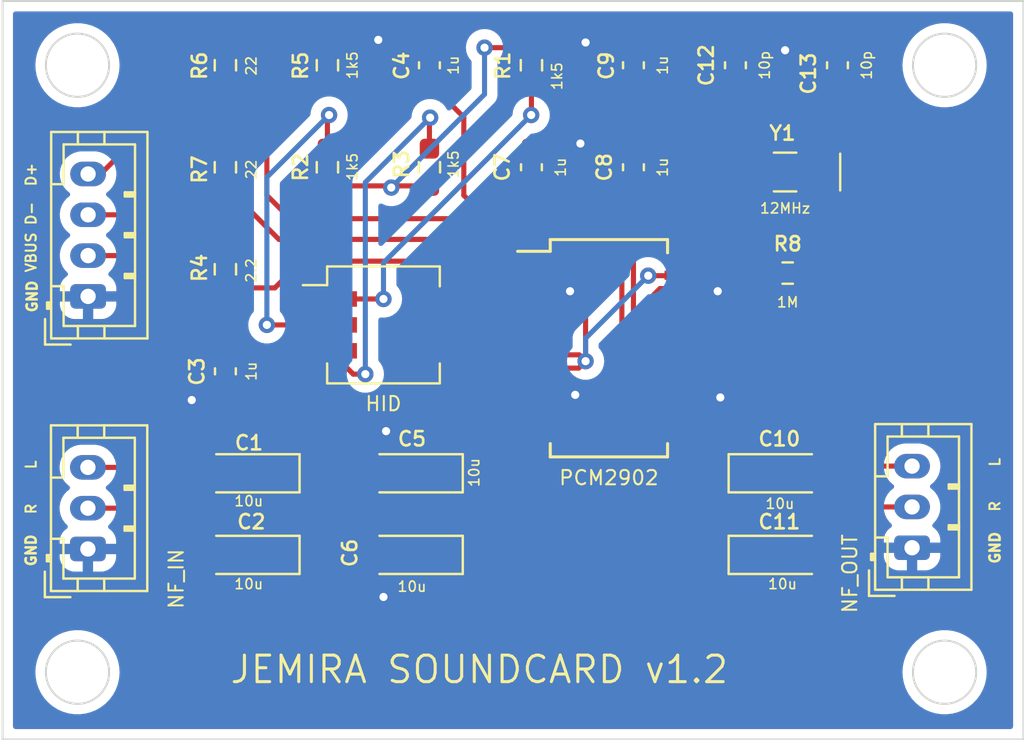
<source format=kicad_pcb>
(kicad_pcb (version 20211014) (generator pcbnew)
  (layers (0 "F.Cu" jumper) (31 "B.Cu" jumper) (35 "F.Paste" user) (37 "F.SilkS" user "F.Silkscreen") (38 "B.Mask" user) (39 "F.Mask" user) (44 "Edge.Cuts" user))
  (net 0 "")
  (net 1 "Net-(C12-Pad1)")
  (net 2 "Net-(C13-Pad1)")
  (net 3 "Net-(J2-Pad3)")
  (net 4 "Net-(R7-Pad2)")
  (net 5 "Net-(J2-Pad4)")
  (net 6 "Net-(R6-Pad2)")
  (net 7 "Net-(C4-Pad2)")
  (net 8 "Net-(J2-Pad2)")
  (net 9 "VCC")
  (net 10 "Net-(R1-Pad1)")
  (net 11 "Net-(R3-Pad2)")
  (net 12 "Net-(R2-Pad2)")
  (net 13 "Net-(R1-Pad2)")
  (net 14 "GND")
  (net 15 "Net-(SW1-Pad6)")
  (net 16 "Net-(SW1-Pad5)")
  (net 17 "Net-(SW1-Pad4)")
  (net 18 "Net-(C5-Pad1)")
  (net 19 "Net-(C1-Pad1)")
  (net 20 "Net-(C2-Pad1)")
  (net 21 "Net-(C6-Pad1)")
  (net 22 "Net-(C11-Pad1)")
  (net 23 "Net-(C10-Pad1)")
  (net 24 "Net-(C7-Pad1)")
  (net 25 "Net-(C8-Pad1)")
  (net 26 "Net-(C9-Pad1)")
  (net 28 "Net-(C2-Pad2)")
  (net 29 "Net-(C1-Pad2)")
  (net 30 "Net-(C11-Pad2)")
  (net 31 "Net-(C10-Pad2)")
  (footprint "Resistor_SMD:R_0603_1608Metric_Pad0.98x0.95mm_HandSolder" (layer "F.Cu") (at 103.25 57.25 -90)
    (fp_text reference "R6" (at 0.027 1.269 90) (layer "F.SilkS") (effects (font (size 0.7 0.7) (thickness 0.13))))
    (fp_text value "22" (at 0.027 -1.271 90) (layer "F.SilkS") (effects (font (size 0.5 0.5) (thickness 0.08))))
    (fp_line (start -0.254724 0.5225) (end 0.254724 0.5225) (layer "F.SilkS") (width 0.12))
    (fp_line (start -0.254724 -0.5225) (end 0.254724 -0.5225) (layer "F.SilkS") (width 0.12))
    (pad "1" smd roundrect (at -0.9125 0 270) (size 0.975 0.95) (layers "F.Cu" "F.Paste" "F.Mask") (net 5 "Net-(J2-Pad4)"))
    (pad "2" smd roundrect (at 0.9125 0 270) (size 0.975 0.95) (layers "F.Cu" "F.Paste" "F.Mask") (net 6 "Net-(R6-Pad2)"))
  )
  (footprint "Capacitor_SMD:C_0603_1608Metric_Pad1.08x0.95mm_HandSolder" (layer "F.Cu") (at 113.25 57.25 -90)
    (fp_text reference "C4" (at 0.027 1.363 90) (layer "F.SilkS") (effects (font (size 0.7 0.7) (thickness 0.13))))
    (fp_text value "1u" (at 0 -1.177 90) (layer "F.SilkS") (effects (font (size 0.5 0.5) (thickness 0.08))))
    (fp_line (start -0.146267 -0.51) (end 0.146267 -0.51) (layer "F.SilkS") (width 0.12))
    (fp_line (start -0.146267 0.51) (end 0.146267 0.51) (layer "F.SilkS") (width 0.12))
    (pad "1" smd roundrect (at -0.8625 0 270) (size 1.075 0.95) (layers "F.Cu" "F.Paste" "F.Mask") (net 14 "GND"))
    (pad "2" smd roundrect (at 0.8625 0 270) (size 1.075 0.95) (layers "F.Cu" "F.Paste" "F.Mask") (net 7 "Net-(C4-Pad2)"))
  )
  (footprint "Capacitor_Tantalum_SMD:CP_EIA-3216-18_Kemet-A_Pad1.58x1.35mm_HandSolder" (layer "F.Cu") (at 104.4 77.25 180)
    (fp_text reference "C1" (at -0.005 1.49) (layer "F.SilkS") (effects (font (size 0.7 0.7) (thickness 0.13))))
    (fp_text value "10u" (at 0.006 -1.363) (layer "F.SilkS") (effects (font (size 0.5 0.5) (thickness 0.08))))
    (fp_line (start -2.485 -0.935) (end -2.485 0.935) (layer "F.SilkS") (width 0.12))
    (fp_line (start 1.6 -0.935) (end -2.485 -0.935) (layer "F.SilkS") (width 0.12))
    (fp_line (start -2.485 0.935) (end 1.6 0.935) (layer "F.SilkS") (width 0.12))
    (pad "1" smd roundrect (at -1.4375 0 180) (size 1.575 1.35) (layers "F.Cu" "F.Paste" "F.Mask") (roundrect_rratio 0.1851851852) (net 19 "Net-(C1-Pad1)"))
    (pad "2" smd roundrect (at 1.4375 0 180) (size 1.575 1.35) (layers "F.Cu" "F.Paste" "F.Mask") (roundrect_rratio 0.1851851852) (net 29 "Net-(C1-Pad2)"))
  )
  (footprint "Connector_JST:JST_PH_B3B-PH-K_1x03_P2.00mm_Vertical" (layer "F.Cu") (at 96.51 80.96 90)
    (fp_text reference "J1")
    (fp_text value "NF_IN" (at -1.463 4.328 90) (layer "F.SilkS") (effects (font (size 0.7 0.7) (thickness 0.1))))
    (fp_line (start -2.06 2.91) (end 6.06 2.91) (layer "F.SilkS") (width 0.12))
    (fp_line (start 3 2.3) (end 3 1.8) (layer "F.SilkS") (width 0.12))
    (fp_line (start -2.36 -2.11) (end -2.36 -0.86) (layer "F.SilkS") (width 0.12))
    (fp_line (start 0.9 2.3) (end 0.9 1.8) (layer "F.SilkS") (width 0.12))
    (fp_line (start -1.45 2.3) (end 5.45 2.3) (layer "F.SilkS") (width 0.12))
    (fp_line (start -0.3 -1.81) (end -0.3 -2.01) (layer "F.SilkS") (width 0.12))
    (fp_line (start 6.06 -0.5) (end 5.45 -0.5) (layer "F.SilkS") (width 0.12))
    (fp_line (start 3.1 1.8) (end 3.1 2.3) (layer "F.SilkS") (width 0.12))
    (fp_line (start 6.06 2.91) (end 6.06 -1.81) (layer "F.SilkS") (width 0.12))
    (fp_line (start -1.11 -2.11) (end -2.36 -2.11) (layer "F.SilkS") (width 0.12))
    (fp_line (start 2.9 1.8) (end 3.1 1.8) (layer "F.SilkS") (width 0.12))
    (fp_line (start -1.45 -1.2) (end -1.45 2.3) (layer "F.SilkS") (width 0.12))
    (fp_line (start 1 2.3) (end 1 1.8) (layer "F.SilkS") (width 0.12))
    (fp_line (start 5.45 -1.2) (end 3.5 -1.2) (layer "F.SilkS") (width 0.12))
    (fp_line (start -2.06 0.8) (end -1.45 0.8) (layer "F.SilkS") (width 0.12))
    (fp_line (start 3.5 -1.2) (end 3.5 -1.81) (layer "F.SilkS") (width 0.12))
    (fp_line (start 0.5 -1.2) (end -1.45 -1.2) (layer "F.SilkS") (width 0.12))
    (fp_line (start 5.45 2.3) (end 5.45 -1.2) (layer "F.SilkS") (width 0.12))
    (fp_line (start 2.9 2.3) (end 2.9 1.8) (layer "F.SilkS") (width 0.12))
    (fp_line (start -0.3 -1.91) (end -0.6 -1.91) (layer "F.SilkS") (width 0.12))
    (fp_line (start -0.6 -2.01) (end -0.6 -1.81) (layer "F.SilkS") (width 0.12))
    (fp_line (start 6.06 0.8) (end 5.45 0.8) (layer "F.SilkS") (width 0.12))
    (fp_line (start 6.06 -1.81) (end -2.06 -1.81) (layer "F.SilkS") (width 0.12))
    (fp_line (start 0.9 1.8) (end 1.1 1.8) (layer "F.SilkS") (width 0.12))
    (fp_line (start -2.06 -1.81) (end -2.06 2.91) (layer "F.SilkS") (width 0.12))
    (fp_line (start 0.5 -1.81) (end 0.5 -1.2) (layer "F.SilkS") (width 0.12))
    (fp_line (start 1.1 1.8) (end 1.1 2.3) (layer "F.SilkS") (width 0.12))
    (fp_line (start -0.3 -2.01) (end -0.6 -2.01) (layer "F.SilkS") (width 0.12))
    (fp_line (start -2.06 -0.5) (end -1.45 -0.5) (layer "F.SilkS") (width 0.12))
    (pad "1" thru_hole roundrect (at 0 0 90) (size 1.2 1.75) (drill 0.75) (layers *.Cu *.Mask) (roundrect_rratio 0.2083333333) (net 14 "GND"))
    (pad "2" thru_hole oval (at 2 0 90) (size 1.2 1.75) (drill 0.75) (layers *.Cu *.Mask) (net 28 "Net-(C2-Pad2)"))
    (pad "3" thru_hole oval (at 4 0 90) (size 1.2 1.75) (drill 0.75) (layers *.Cu *.Mask) (net 29 "Net-(C1-Pad2)"))
  )
  (footprint "Capacitor_SMD:C_0603_1608Metric_Pad1.08x0.95mm_HandSolder" (layer "F.Cu") (at 123.25 57.25 90)
    (fp_text reference "C9" (at -0.027 -1.33 90) (layer "F.SilkS") (effects (font (size 0.7 0.7) (thickness 0.13))))
    (fp_text value "1u" (at 0 1.43 90) (layer "F.SilkS") (effects (font (size 0.5 0.5) (thickness 0.08))))
    (fp_line (start -0.146267 0.51) (end 0.146267 0.51) (layer "F.SilkS") (width 0.12))
    (fp_line (start -0.146267 -0.51) (end 0.146267 -0.51) (layer "F.SilkS") (width 0.12))
    (pad "1" smd roundrect (at -0.8625 0 90) (size 1.075 0.95) (layers "F.Cu" "F.Paste" "F.Mask") (net 26 "Net-(C9-Pad1)"))
    (pad "2" smd roundrect (at 0.8625 0 90) (size 1.075 0.95) (layers "F.Cu" "F.Paste" "F.Mask") (net 14 "GND"))
  )
  (footprint "Capacitor_Tantalum_SMD:CP_EIA-3216-18_Kemet-A_Pad1.58x1.35mm_HandSolder" (layer "F.Cu") (at 112.4 77.25 180)
    (fp_text reference "C5" (at 0.005 1.685) (layer "F.SilkS") (effects (font (size 0.7 0.7) (thickness 0.13))))
    (fp_text value "10u" (at -3.043 0.034 90) (layer "F.SilkS") (effects (font (size 0.5 0.5) (thickness 0.08))))
    (fp_line (start -2.485 -0.935) (end -2.485 0.935) (layer "F.SilkS") (width 0.12))
    (fp_line (start 1.6 -0.935) (end -2.485 -0.935) (layer "F.SilkS") (width 0.12))
    (fp_line (start -2.485 0.935) (end 1.6 0.935) (layer "F.SilkS") (width 0.12))
    (pad "1" smd roundrect (at -1.4375 0 180) (size 1.575 1.35) (layers "F.Cu" "F.Paste" "F.Mask") (roundrect_rratio 0.1851851852) (net 18 "Net-(C5-Pad1)"))
    (pad "2" smd roundrect (at 1.4375 0 180) (size 1.575 1.35) (layers "F.Cu" "F.Paste" "F.Mask") (roundrect_rratio 0.1851851852) (net 14 "GND"))
  )
  (footprint "Resistor_SMD:R_0603_1608Metric_Pad0.98x0.95mm_HandSolder" (layer "F.Cu") (at 108.25 62.25 90)
    (fp_text reference "R2" (at 0 -1.316 90) (layer "F.SilkS") (effects (font (size 0.7 0.7) (thickness 0.13))))
    (fp_text value "1k5" (at 0.02 1.224 90) (layer "F.SilkS") (effects (font (size 0.5 0.5) (thickness 0.08))))
    (fp_line (start -0.254724 0.5225) (end 0.254724 0.5225) (layer "F.SilkS") (width 0.12))
    (fp_line (start -0.254724 -0.5225) (end 0.254724 -0.5225) (layer "F.SilkS") (width 0.12))
    (pad "1" smd roundrect (at -0.9125 0 90) (size 0.975 0.95) (layers "F.Cu" "F.Paste" "F.Mask") (net 10 "Net-(R1-Pad1)"))
    (pad "2" smd roundrect (at 0.9125 0 90) (size 0.975 0.95) (layers "F.Cu" "F.Paste" "F.Mask") (net 12 "Net-(R2-Pad2)"))
  )
  (footprint "Capacitor_Tantalum_SMD:CP_EIA-3216-18_Kemet-A_Pad1.58x1.35mm_HandSolder" (layer "F.Cu") (at 112.4 81.25 180)
    (fp_text reference "C6" (at 3.053 0.097 90) (layer "F.SilkS") (effects (font (size 0.7 0.7) (thickness 0.13))))
    (fp_text value "10u" (at 0.005 -1.554) (layer "F.SilkS") (effects (font (size 0.5 0.5) (thickness 0.08))))
    (fp_line (start -2.485 -0.935) (end -2.485 0.935) (layer "F.SilkS") (width 0.12))
    (fp_line (start -2.485 0.935) (end 1.6 0.935) (layer "F.SilkS") (width 0.12))
    (fp_line (start 1.6 -0.935) (end -2.485 -0.935) (layer "F.SilkS") (width 0.12))
    (pad "1" smd roundrect (at -1.4375 0 180) (size 1.575 1.35) (layers "F.Cu" "F.Paste" "F.Mask") (roundrect_rratio 0.1851851852) (net 21 "Net-(C6-Pad1)"))
    (pad "2" smd roundrect (at 1.4375 0 180) (size 1.575 1.35) (layers "F.Cu" "F.Paste" "F.Mask") (roundrect_rratio 0.1851851852) (net 14 "GND"))
  )
  (footprint "Capacitor_SMD:C_0603_1608Metric_Pad1.08x0.95mm_HandSolder" (layer "F.Cu") (at 128.25 57.25 90)
    (fp_text reference "C12" (at 0 -1.43 90) (layer "F.SilkS") (effects (font (size 0.7 0.7) (thickness 0.13))))
    (fp_text value "10p" (at 0 1.43 90) (layer "F.SilkS") (effects (font (size 0.5 0.5) (thickness 0.08))))
    (fp_line (start -0.146267 0.51) (end 0.146267 0.51) (layer "F.SilkS") (width 0.12))
    (fp_line (start -0.146267 -0.51) (end 0.146267 -0.51) (layer "F.SilkS") (width 0.12))
    (pad "1" smd roundrect (at -0.8625 0 90) (size 1.075 0.95) (layers "F.Cu" "F.Paste" "F.Mask") (net 1 "Net-(C12-Pad1)"))
    (pad "2" smd roundrect (at 0.8625 0 90) (size 1.075 0.95) (layers "F.Cu" "F.Paste" "F.Mask") (net 14 "GND"))
  )
  (footprint "Package_SO:SSOP-28_5.3x10.2mm_P0.65mm" (layer "F.Cu") (at 122.047 71.12)
    (fp_text reference "U1" hide)
    (fp_text value "PCM2902" (at 0 6.35) (layer "F.SilkS") (effects (font (size 0.7 0.7) (thickness 0.1))))
    (fp_line (start 2.875 5.325) (end 2.875 4.675) (layer "F.SilkS") (width 0.15))
    (fp_line (start 2.875 -5.325) (end 2.875 -4.675) (layer "F.SilkS") (width 0.15))
    (fp_line (start -2.875 5.325) (end -2.875 4.675) (layer "F.SilkS") (width 0.15))
    (fp_line (start -2.875 -5.325) (end -2.875 -4.75) (layer "F.SilkS") (width 0.15))
    (fp_line (start -2.875 5.325) (end 2.875 5.325) (layer "F.SilkS") (width 0.15))
    (fp_line (start -2.875 -4.75) (end -4.475 -4.75) (layer "F.SilkS") (width 0.15))
    (fp_line (start -2.875 -5.325) (end 2.875 -5.325) (layer "F.SilkS") (width 0.15))
    (pad "1" smd rect (at -3.6 -4.225) (size 1.75 0.45) (layers "F.Cu" "F.Paste" "F.Mask") (net 6 "Net-(R6-Pad2)"))
    (pad "2" smd rect (at -3.6 -3.575) (size 1.75 0.45) (layers "F.Cu" "F.Paste" "F.Mask") (net 4 "Net-(R7-Pad2)"))
    (pad "3" smd rect (at -3.6 -2.925) (size 1.75 0.45) (layers "F.Cu" "F.Paste" "F.Mask") (net 9 "VCC"))
    (pad "4" smd rect (at -3.6 -2.275) (size 1.75 0.45) (layers "F.Cu" "F.Paste" "F.Mask") (net 14 "GND"))
    (pad "5" smd rect (at -3.6 -1.625) (size 1.75 0.45) (layers "F.Cu" "F.Paste" "F.Mask") (net 15 "Net-(SW1-Pad6)"))
    (pad "6" smd rect (at -3.6 -0.975) (size 1.75 0.45) (layers "F.Cu" "F.Paste" "F.Mask") (net 16 "Net-(SW1-Pad5)"))
    (pad "7" smd rect (at -3.6 -0.325) (size 1.75 0.45) (layers "F.Cu" "F.Paste" "F.Mask") (net 17 "Net-(SW1-Pad4)"))
    (pad "8" smd rect (at -3.6 0.325) (size 1.75 0.45) (layers "F.Cu" "F.Paste" "F.Mask") (net 7 "Net-(C4-Pad2)"))
    (pad "9" smd rect (at -3.6 0.975) (size 1.75 0.45) (layers "F.Cu" "F.Paste" "F.Mask") (net 7 "Net-(C4-Pad2)"))
    (pad "10" smd rect (at -3.6 1.625) (size 1.75 0.45) (layers "F.Cu" "F.Paste" "F.Mask") (net 18 "Net-(C5-Pad1)"))
    (pad "11" smd rect (at -3.6 2.275) (size 1.75 0.45) (layers "F.Cu" "F.Paste" "F.Mask") (net 14 "GND"))
    (pad "12" smd rect (at -3.6 2.925) (size 1.75 0.45) (layers "F.Cu" "F.Paste" "F.Mask") (net 19 "Net-(C1-Pad1)"))
    (pad "13" smd rect (at -3.6 3.575) (size 1.75 0.45) (layers "F.Cu" "F.Paste" "F.Mask") (net 20 "Net-(C2-Pad1)"))
    (pad "14" smd rect (at -3.6 4.225) (size 1.75 0.45) (layers "F.Cu" "F.Paste" "F.Mask") (net 21 "Net-(C6-Pad1)"))
    (pad "15" smd rect (at 3.6 4.225) (size 1.75 0.45) (layers "F.Cu" "F.Paste" "F.Mask") (net 22 "Net-(C11-Pad1)"))
    (pad "16" smd rect (at 3.6 3.575) (size 1.75 0.45) (layers "F.Cu" "F.Paste" "F.Mask") (net 23 "Net-(C10-Pad1)"))
    (pad "17" smd rect (at 3.6 2.925) (size 1.75 0.45) (layers "F.Cu" "F.Paste" "F.Mask") (net 24 "Net-(C7-Pad1)"))
    (pad "18" smd rect (at 3.6 2.275) (size 1.75 0.45) (layers "F.Cu" "F.Paste" "F.Mask") (net 14 "GND"))
    (pad "19" smd rect (at 3.6 1.625) (size 1.75 0.45) (layers "F.Cu" "F.Paste" "F.Mask") (net 25 "Net-(C8-Pad1)"))
    (pad "20" smd rect (at 3.6 0.975) (size 1.75 0.45) (layers "F.Cu" "F.Paste" "F.Mask") (net 2 "Net-(C13-Pad1)"))
    (pad "21" smd rect (at 3.6 0.325) (size 1.75 0.45) (layers "F.Cu" "F.Paste" "F.Mask") (net 1 "Net-(C12-Pad1)"))
    (pad "22" smd rect (at 3.6 -0.325) (size 1.75 0.45) (layers "F.Cu" "F.Paste" "F.Mask") (net 14 "GND"))
    (pad "23" smd rect (at 3.6 -0.975) (size 1.75 0.45) (layers "F.Cu" "F.Paste" "F.Mask") (net 26 "Net-(C9-Pad1)"))
    (pad "24" smd rect (at 3.6 -1.625) (size 1.75 0.45) (layers "F.Cu" "F.Paste" "F.Mask") (net 14 "GND"))
    (pad "25" smd rect (at 3.6 -2.275) (size 1.75 0.45) (layers "F.Cu" "F.Paste" "F.Mask"))
    (pad "26" smd rect (at 3.6 -2.925) (size 1.75 0.45) (layers "F.Cu" "F.Paste" "F.Mask") (net 14 "GND"))
    (pad "27" smd rect (at 3.6 -3.575) (size 1.75 0.45) (layers "F.Cu" "F.Paste" "F.Mask") (net 7 "Net-(C4-Pad2)"))
    (pad "28" smd rect (at 3.6 -4.225) (size 1.75 0.45) (layers "F.Cu" "F.Paste" "F.Mask") (net 10 "Net-(R1-Pad1)"))
  )
  (footprint "Resistor_SMD:R_0603_1608Metric_Pad0.98x0.95mm_HandSolder" (layer "F.Cu") (at 113.25 62.25 90)
    (fp_text reference "R3" (at 0.147 -1.363 90) (layer "F.SilkS") (effects (font (size 0.7 0.7) (thickness 0.13))))
    (fp_text value "1k5" (at 0.147 1.177 90) (layer "F.SilkS") (effects (font (size 0.5 0.5) (thickness 0.08))))
    (fp_line (start -0.254724 0.5225) (end 0.254724 0.5225) (layer "F.SilkS") (width 0.12))
    (fp_line (start -0.254724 -0.5225) (end 0.254724 -0.5225) (layer "F.SilkS") (width 0.12))
    (pad "1" smd roundrect (at -0.9125 0 90) (size 0.975 0.95) (layers "F.Cu" "F.Paste" "F.Mask") (net 10 "Net-(R1-Pad1)"))
    (pad "2" smd roundrect (at 0.9125 0 90) (size 0.975 0.95) (layers "F.Cu" "F.Paste" "F.Mask") (net 11 "Net-(R3-Pad2)"))
  )
  (footprint "Capacitor_SMD:C_0603_1608Metric_Pad1.08x0.95mm_HandSolder" (layer "F.Cu") (at 133.25 57.25 90)
    (fp_text reference "C13" (at -0.408 -1.424 90) (layer "F.SilkS") (effects (font (size 0.7 0.7) (thickness 0.13))))
    (fp_text value "10p" (at 0 1.43 90) (layer "F.SilkS") (effects (font (size 0.5 0.5) (thickness 0.08))))
    (fp_line (start -0.146267 -0.51) (end 0.146267 -0.51) (layer "F.SilkS") (width 0.12))
    (fp_line (start -0.146267 0.51) (end 0.146267 0.51) (layer "F.SilkS") (width 0.12))
    (pad "1" smd roundrect (at -0.8625 0 90) (size 1.075 0.95) (layers "F.Cu" "F.Paste" "F.Mask") (net 2 "Net-(C13-Pad1)"))
    (pad "2" smd roundrect (at 0.8625 0 90) (size 1.075 0.95) (layers "F.Cu" "F.Paste" "F.Mask") (net 14 "GND"))
  )
  (footprint "Capacitor_SMD:C_0603_1608Metric_Pad1.08x0.95mm_HandSolder" (layer "F.Cu") (at 118.25 62.25 90)
    (fp_text reference "C7" (at 0 -1.43 90) (layer "F.SilkS") (effects (font (size 0.7 0.7) (thickness 0.13))))
    (fp_text value "1u" (at 0 1.43 90) (layer "F.SilkS") (effects (font (size 0.5 0.5) (thickness 0.08))))
    (fp_line (start -0.146267 -0.51) (end 0.146267 -0.51) (layer "F.SilkS") (width 0.12))
    (fp_line (start -0.146267 0.51) (end 0.146267 0.51) (layer "F.SilkS") (width 0.12))
    (pad "1" smd roundrect (at -0.8625 0 90) (size 1.075 0.95) (layers "F.Cu" "F.Paste" "F.Mask") (net 24 "Net-(C7-Pad1)"))
    (pad "2" smd roundrect (at 0.8625 0 90) (size 1.075 0.95) (layers "F.Cu" "F.Paste" "F.Mask") (net 14 "GND"))
  )
  (footprint "Resistor_SMD:R_0603_1608Metric_Pad0.98x0.95mm_HandSolder" (layer "F.Cu") (at 118.25 57.25 -90)
    (fp_text reference "R1" (at 0.027 1.41 90) (layer "F.SilkS") (effects (font (size 0.7 0.7) (thickness 0.13))))
    (fp_text value "1k5" (at 0.535 -1.257 90) (layer "F.SilkS") (effects (font (size 0.5 0.5) (thickness 0.08))))
    (fp_line (start -0.254724 -0.5225) (end 0.254724 -0.5225) (layer "F.SilkS") (width 0.12))
    (fp_line (start -0.254724 0.5225) (end 0.254724 0.5225) (layer "F.SilkS") (width 0.12))
    (pad "1" smd roundrect (at -0.9125 0 270) (size 0.975 0.95) (layers "F.Cu" "F.Paste" "F.Mask") (net 10 "Net-(R1-Pad1)"))
    (pad "2" smd roundrect (at 0.9125 0 270) (size 0.975 0.95) (layers "F.Cu" "F.Paste" "F.Mask") (net 13 "Net-(R1-Pad2)"))
  )
  (footprint "Crystal:Crystal_SMD_G8-2Pin_3.2x1.5mm_HandSoldering" (layer "F.Cu") (at 130.683 62.484 180)
    (fp_text reference "Y1" (at 0.127 1.905) (layer "F.SilkS") (effects (font (size 0.7 0.7) (thickness 0.13))))
    (fp_text value "12MHz" (at 0 -1.778) (layer "F.SilkS") (effects (font (size 0.5 0.5) (thickness 0.08))))
    (fp_line (start -2.7 -0.9) (end -2.7 0.9) (layer "F.SilkS") (width 0.12))
    (fp_line (start -0.55 0.95) (end 0.55 0.95) (layer "F.SilkS") (width 0.12))
    (fp_line (start -0.55 -0.95) (end 0.55 -0.95) (layer "F.SilkS") (width 0.12))
    (pad "1" smd rect (at -1.625 0 180) (size 1.75 1.8) (layers "F.Cu" "F.Paste" "F.Mask") (net 2 "Net-(C13-Pad1)"))
    (pad "2" smd rect (at 1.625 0 180) (size 1.75 1.8) (layers "F.Cu" "F.Paste" "F.Mask") (net 1 "Net-(C12-Pad1)"))
  )
  (footprint "Capacitor_SMD:C_0603_1608Metric_Pad1.08x0.95mm_HandSolder" (layer "F.Cu") (at 123.25 62.25 90)
    (fp_text reference "C8" (at 0 -1.43 90) (layer "F.SilkS") (effects (font (size 0.7 0.7) (thickness 0.13))))
    (fp_text value "1u" (at 0 1.43 90) (layer "F.SilkS") (effects (font (size 0.5 0.5) (thickness 0.08))))
    (fp_line (start -0.146267 -0.51) (end 0.146267 -0.51) (layer "F.SilkS") (width 0.12))
    (fp_line (start -0.146267 0.51) (end 0.146267 0.51) (layer "F.SilkS") (width 0.12))
    (pad "1" smd roundrect (at -0.8625 0 90) (size 1.075 0.95) (layers "F.Cu" "F.Paste" "F.Mask") (net 25 "Net-(C8-Pad1)"))
    (pad "2" smd roundrect (at 0.8625 0 90) (size 1.075 0.95) (layers "F.Cu" "F.Paste" "F.Mask") (net 14 "GND"))
  )
  (footprint "Connector_JST:JST_PH_B3B-PH-K_1x03_P2.00mm_Vertical" (layer "F.Cu") (at 136.906 80.899 90)
    (fp_text reference "J3")
    (fp_text value "NF_OUT" (at -1.27 -3.048 90) (layer "F.SilkS") (effects (font (size 0.7 0.7) (thickness 0.1))))
    (fp_line (start -0.3 -1.81) (end -0.3 -2.01) (layer "F.SilkS") (width 0.12))
    (fp_line (start 6.06 -0.5) (end 5.45 -0.5) (layer "F.SilkS") (width 0.12))
    (fp_line (start -0.3 -1.91) (end -0.6 -1.91) (layer "F.SilkS") (width 0.12))
    (fp_line (start 3 2.3) (end 3 1.8) (layer "F.SilkS") (width 0.12))
    (fp_line (start -0.3 -2.01) (end -0.6 -2.01) (layer "F.SilkS") (width 0.12))
    (fp_line (start 2.9 1.8) (end 3.1 1.8) (layer "F.SilkS") (width 0.12))
    (fp_line (start 0.9 1.8) (end 1.1 1.8) (layer "F.SilkS") (width 0.12))
    (fp_line (start 2.9 2.3) (end 2.9 1.8) (layer "F.SilkS") (width 0.12))
    (fp_line (start -2.06 2.91) (end 6.06 2.91) (layer "F.SilkS") (width 0.12))
    (fp_line (start 0.5 -1.81) (end 0.5 -1.2) (layer "F.SilkS") (width 0.12))
    (fp_line (start 1 2.3) (end 1 1.8) (layer "F.SilkS") (width 0.12))
    (fp_line (start 6.06 2.91) (end 6.06 -1.81) (layer "F.SilkS") (width 0.12))
    (fp_line (start 6.06 -1.81) (end -2.06 -1.81) (layer "F.SilkS") (width 0.12))
    (fp_line (start -2.36 -2.11) (end -2.36 -0.86) (layer "F.SilkS") (width 0.12))
    (fp_line (start 1.1 1.8) (end 1.1 2.3) (layer "F.SilkS") (width 0.12))
    (fp_line (start -0.6 -2.01) (end -0.6 -1.81) (layer "F.SilkS") (width 0.12))
    (fp_line (start 6.06 0.8) (end 5.45 0.8) (layer "F.SilkS") (width 0.12))
    (fp_line (start 5.45 -1.2) (end 3.5 -1.2) (layer "F.SilkS") (width 0.12))
    (fp_line (start -2.06 -1.81) (end -2.06 2.91) (layer "F.SilkS") (width 0.12))
    (fp_line (start -1.45 2.3) (end 5.45 2.3) (layer "F.SilkS") (width 0.12))
    (fp_line (start -2.06 0.8) (end -1.45 0.8) (layer "F.SilkS") (width 0.12))
    (fp_line (start 5.45 2.3) (end 5.45 -1.2) (layer "F.SilkS") (width 0.12))
    (fp_line (start 0.9 2.3) (end 0.9 1.8) (layer "F.SilkS") (width 0.12))
    (fp_line (start 3.5 -1.2) (end 3.5 -1.81) (layer "F.SilkS") (width 0.12))
    (fp_line (start 0.5 -1.2) (end -1.45 -1.2) (layer "F.SilkS") (width 0.12))
    (fp_line (start -1.11 -2.11) (end -2.36 -2.11) (layer "F.SilkS") (width 0.12))
    (fp_line (start 3.1 1.8) (end 3.1 2.3) (layer "F.SilkS") (width 0.12))
    (fp_line (start -1.45 -1.2) (end -1.45 2.3) (layer "F.SilkS") (width 0.12))
    (fp_line (start -2.06 -0.5) (end -1.45 -0.5) (layer "F.SilkS") (width 0.12))
    (pad "1" thru_hole roundrect (at 0 0 90) (size 1.2 1.75) (drill 0.75) (layers *.Cu *.Mask) (roundrect_rratio 0.2083333333) (net 14 "GND"))
    (pad "2" thru_hole oval (at 2 0 90) (size 1.2 1.75) (drill 0.75) (layers *.Cu *.Mask) (net 30 "Net-(C11-Pad2)"))
    (pad "3" thru_hole oval (at 4 0 90) (size 1.2 1.75) (drill 0.75) (layers *.Cu *.Mask) (net 31 "Net-(C10-Pad2)"))
  )
  (footprint "Resistor_SMD:R_0603_1608Metric_Pad0.98x0.95mm_HandSolder" (layer "F.Cu") (at 103.25 67.25 -90)
    (fp_text reference "R4" (at -0.067 1.269 90) (layer "F.SilkS") (effects (font (size 0.7 0.7) (thickness 0.13))))
    (fp_text value "2.2" (at 0.06 -1.271 90) (layer "F.SilkS") (effects (font (size 0.5 0.5) (thickness 0.08))))
    (fp_line (start -0.254724 0.5225) (end 0.254724 0.5225) (layer "F.SilkS") (width 0.12))
    (fp_line (start -0.254724 -0.5225) (end 0.254724 -0.5225) (layer "F.SilkS") (width 0.12))
    (pad "1" smd roundrect (at -0.9125 0 270) (size 0.975 0.95) (layers "F.Cu" "F.Paste" "F.Mask") (net 8 "Net-(J2-Pad2)"))
    (pad "2" smd roundrect (at 0.9125 0 270) (size 0.975 0.95) (layers "F.Cu" "F.Paste" "F.Mask") (net 9 "VCC"))
  )
  (footprint "Capacitor_Tantalum_SMD:CP_EIA-3216-18_Kemet-A_Pad1.58x1.35mm_HandSolder" (layer "F.Cu") (at 130.4 81.25)
    (fp_text reference "C11" (at 0 -1.621) (layer "F.SilkS") (effects (font (size 0.7 0.7) (thickness 0.13))))
    (fp_text value "10u" (at 0.156 1.427) (layer "F.SilkS") (effects (font (size 0.5 0.5) (thickness 0.08))))
    (fp_line (start -2.485 0.935) (end 1.6 0.935) (layer "F.SilkS") (width 0.12))
    (fp_line (start -2.485 -0.935) (end -2.485 0.935) (layer "F.SilkS") (width 0.12))
    (fp_line (start 1.6 -0.935) (end -2.485 -0.935) (layer "F.SilkS") (width 0.12))
    (pad "1" smd roundrect (at -1.4375 0) (size 1.575 1.35) (layers "F.Cu" "F.Paste" "F.Mask") (roundrect_rratio 0.1851851852) (net 22 "Net-(C11-Pad1)"))
    (pad "2" smd roundrect (at 1.4375 0) (size 1.575 1.35) (layers "F.Cu" "F.Paste" "F.Mask") (roundrect_rratio 0.1851851852) (net 30 "Net-(C11-Pad2)"))
  )
  (footprint "Resistor_SMD:R_0603_1608Metric_Pad0.98x0.95mm_HandSolder" (layer "F.Cu") (at 108.25 57.25 -90)
    (fp_text reference "R5" (at 0.027 1.316 90) (layer "F.SilkS") (effects (font (size 0.7 0.7) (thickness 0.13))))
    (fp_text value "1k5" (at 0 -1.224 90) (layer "F.SilkS") (effects (font (size 0.5 0.5) (thickness 0.08))))
    (fp_line (start -0.254724 0.5225) (end 0.254724 0.5225) (layer "F.SilkS") (width 0.12))
    (fp_line (start -0.254724 -0.5225) (end 0.254724 -0.5225) (layer "F.SilkS") (width 0.12))
    (pad "1" smd roundrect (at -0.9125 0 270) (size 0.975 0.95) (layers "F.Cu" "F.Paste" "F.Mask") (net 5 "Net-(J2-Pad4)"))
    (pad "2" smd roundrect (at 0.9125 0 270) (size 0.975 0.95) (layers "F.Cu" "F.Paste" "F.Mask") (net 7 "Net-(C4-Pad2)"))
  )
  (footprint "Capacitor_Tantalum_SMD:CP_EIA-3216-18_Kemet-A_Pad1.58x1.35mm_HandSolder" (layer "F.Cu") (at 104.4 81.25 180)
    (fp_text reference "C2" (at -0.121 1.621) (layer "F.SilkS") (effects (font (size 0.7 0.7) (thickness 0.13))))
    (fp_text value "10u" (at 0.006 -1.427) (layer "F.SilkS") (effects (font (size 0.5 0.5) (thickness 0.08))))
    (fp_line (start -2.485 0.935) (end 1.6 0.935) (layer "F.SilkS") (width 0.12))
    (fp_line (start -2.485 -0.935) (end -2.485 0.935) (layer "F.SilkS") (width 0.12))
    (fp_line (start 1.6 -0.935) (end -2.485 -0.935) (layer "F.SilkS") (width 0.12))
    (pad "1" smd roundrect (at -1.4375 0 180) (size 1.575 1.35) (layers "F.Cu" "F.Paste" "F.Mask") (roundrect_rratio 0.1851851852) (net 20 "Net-(C2-Pad1)"))
    (pad "2" smd roundrect (at 1.4375 0 180) (size 1.575 1.35) (layers "F.Cu" "F.Paste" "F.Mask") (roundrect_rratio 0.1851851852) (net 28 "Net-(C2-Pad2)"))
  )
  (footprint "Resistor_SMD:R_0603_1608Metric_Pad0.98x0.95mm_HandSolder" (layer "F.Cu") (at 103.25 62.25 -90)
    (fp_text reference "R7" (at 0.107 1.269 90) (layer "F.SilkS") (effects (font (size 0.7 0.7) (thickness 0.13))))
    (fp_text value "22" (at 0.107 -1.271 90) (layer "F.SilkS") (effects (font (size 0.5 0.5) (thickness 0.08))))
    (fp_line (start -0.254724 0.5225) (end 0.254724 0.5225) (layer "F.SilkS") (width 0.12))
    (fp_line (start -0.254724 -0.5225) (end 0.254724 -0.5225) (layer "F.SilkS") (width 0.12))
    (pad "1" smd roundrect (at -0.9125 0 270) (size 0.975 0.95) (layers "F.Cu" "F.Paste" "F.Mask") (net 3 "Net-(J2-Pad3)"))
    (pad "2" smd roundrect (at 0.9125 0 270) (size 0.975 0.95) (layers "F.Cu" "F.Paste" "F.Mask") (net 4 "Net-(R7-Pad2)"))
  )
  (footprint "Connector_JST:JST_PH_B4B-PH-K_1x04_P2.00mm_Vertical" (layer "F.Cu") (at 96.52 68.58 90)
    (fp_text reference "J2")
    (fp_text value "USB")
    (fp_line (start 4.9 1.8) (end 5.1 1.8) (layer "F.SilkS") (width 0.12))
    (fp_line (start 0.5 -1.81) (end 0.5 -1.2) (layer "F.SilkS") (width 0.12))
    (fp_line (start -1.45 2.3) (end 7.45 2.3) (layer "F.SilkS") (width 0.12))
    (fp_line (start 3.1 1.8) (end 3.1 2.3) (layer "F.SilkS") (width 0.12))
    (fp_line (start 4.9 2.3) (end 4.9 1.8) (layer "F.SilkS") (width 0.12))
    (fp_line (start 0.9 2.3) (end 0.9 1.8) (layer "F.SilkS") (width 0.12))
    (fp_line (start 1.1 1.8) (end 1.1 2.3) (layer "F.SilkS") (width 0.12))
    (fp_line (start 5.5 -1.2) (end 5.5 -1.81) (layer "F.SilkS") (width 0.12))
    (fp_line (start -0.3 -1.91) (end -0.6 -1.91) (layer "F.SilkS") (width 0.12))
    (fp_line (start -0.3 -1.81) (end -0.3 -2.01) (layer "F.SilkS") (width 0.12))
    (fp_line (start 8.06 -1.81) (end -2.06 -1.81) (layer "F.SilkS") (width 0.12))
    (fp_line (start -2.06 -1.81) (end -2.06 2.91) (layer "F.SilkS") (width 0.12))
    (fp_line (start 3 2.3) (end 3 1.8) (layer "F.SilkS") (width 0.12))
    (fp_line (start 0.9 1.8) (end 1.1 1.8) (layer "F.SilkS") (width 0.12))
    (fp_line (start -2.06 2.91) (end 8.06 2.91) (layer "F.SilkS") (width 0.12))
    (fp_line (start 8.06 2.91) (end 8.06 -1.81) (layer "F.SilkS") (width 0.12))
    (fp_line (start 2.9 1.8) (end 3.1 1.8) (layer "F.SilkS") (width 0.12))
    (fp_line (start 8.06 -0.5) (end 7.45 -0.5) (layer "F.SilkS") (width 0.12))
    (fp_line (start 7.45 2.3) (end 7.45 -1.2) (layer "F.SilkS") (width 0.12))
    (fp_line (start -1.45 -1.2) (end -1.45 2.3) (layer "F.SilkS") (width 0.12))
    (fp_line (start 2.9 2.3) (end 2.9 1.8) (layer "F.SilkS") (width 0.12))
    (fp_line (start 7.45 -1.2) (end 5.5 -1.2) (layer "F.SilkS") (width 0.12))
    (fp_line (start -2.06 0.8) (end -1.45 0.8) (layer "F.SilkS") (width 0.12))
    (fp_line (start 5 2.3) (end 5 1.8) (layer "F.SilkS") (width 0.12))
    (fp_line (start -2.36 -2.11) (end -2.36 -0.86) (layer "F.SilkS") (width 0.12))
    (fp_line (start -2.06 -0.5) (end -1.45 -0.5) (layer "F.SilkS") (width 0.12))
    (fp_line (start -0.3 -2.01) (end -0.6 -2.01) (layer "F.SilkS") (width 0.12))
    (fp_line (start -1.11 -2.11) (end -2.36 -2.11) (layer "F.SilkS") (width 0.12))
    (fp_line (start 8.06 0.8) (end 7.45 0.8) (layer "F.SilkS") (width 0.12))
    (fp_line (start 0.5 -1.2) (end -1.45 -1.2) (layer "F.SilkS") (width 0.12))
    (fp_line (start 5.1 1.8) (end 5.1 2.3) (layer "F.SilkS") (width 0.12))
    (fp_line (start -0.6 -2.01) (end -0.6 -1.81) (layer "F.SilkS") (width 0.12))
    (fp_line (start 1 2.3) (end 1 1.8) (layer "F.SilkS") (width 0.12))
    (pad "1" thru_hole roundrect (at 0 0 90) (size 1.2 1.75) (drill 0.75) (layers *.Cu *.Mask) (roundrect_rratio 0.2083333333) (net 14 "GND"))
    (pad "2" thru_hole oval (at 2 0 90) (size 1.2 1.75) (drill 0.75) (layers *.Cu *.Mask) (net 8 "Net-(J2-Pad2)"))
    (pad "3" thru_hole oval (at 4 0 90) (size 1.2 1.75) (drill 0.75) (layers *.Cu *.Mask) (net 3 "Net-(J2-Pad3)"))
    (pad "4" thru_hole oval (at 6 0 90) (size 1.2 1.75) (drill 0.75) (layers *.Cu *.Mask) (net 5 "Net-(J2-Pad4)"))
  )
  (footprint "Resistor_SMD:R_0603_1608Metric_Pad0.98x0.95mm_HandSolder" (layer "F.Cu") (at 130.81 67.437)
    (fp_text reference "R8" (at 0 -1.43) (layer "F.SilkS") (effects (font (size 0.7 0.7) (thickness 0.13))))
    (fp_text value "1M" (at 0 1.43) (layer "F.SilkS") (effects (font (size 0.5 0.5) (thickness 0.08))))
    (fp_line (start -0.254724 -0.5225) (end 0.254724 -0.5225) (layer "F.SilkS") (width 0.12))
    (fp_line (start -0.254724 0.5225) (end 0.254724 0.5225) (layer "F.SilkS") (width 0.12))
    (pad "1" smd roundrect (at -0.9125 0) (size 0.975 0.95) (layers "F.Cu" "F.Paste" "F.Mask") (net 1 "Net-(C12-Pad1)"))
    (pad "2" smd roundrect (at 0.9125 0) (size 0.975 0.95) (layers "F.Cu" "F.Paste" "F.Mask") (net 2 "Net-(C13-Pad1)"))
  )
  (footprint "Button_Switch_SMD:SW_DIP_SPSTx03_Slide_KingTek_DSHP03TJ_W5.25mm_P1.27mm_JPin" (layer "F.Cu") (at 110.998 69.977)
    (fp_text reference "SW1")
    (fp_text value "HID" (at 0 3.865) (layer "F.SilkS") (effects (font (size 0.7 0.7) (thickness 0.1))))
    (fp_line (start 2.76 1.89) (end 2.76 2.866) (layer "F.SilkS") (width 0.12))
    (fp_line (start -2.761 -2.865) (end 2.76 -2.865) (layer "F.SilkS") (width 0.12))
    (fp_line (start -3.951 -1.95) (end -2.761 -1.95) (layer "F.SilkS") (width 0.12))
    (fp_line (start 2.76 -2.865) (end 2.76 -1.89) (layer "F.SilkS") (width 0.12))
    (fp_line (start -2.761 -2.865) (end -2.761 -1.95) (layer "F.SilkS") (width 0.12))
    (fp_line (start -2.761 2.866) (end 2.76 2.866) (layer "F.SilkS") (width 0.12))
    (fp_line (start -2.761 1.89) (end -2.761 2.866) (layer "F.SilkS") (width 0.12))
    (pad "1" smd rect (at -2.625 -1.27) (size 2.65 0.76) (layers "F.Cu" "F.Paste" "F.Mask") (net 13 "Net-(R1-Pad2)"))
    (pad "2" smd rect (at -2.625 0) (size 2.65 0.76) (layers "F.Cu" "F.Paste" "F.Mask") (net 12 "Net-(R2-Pad2)"))
    (pad "3" smd rect (at -2.625 1.27) (size 2.65 0.76) (layers "F.Cu" "F.Paste" "F.Mask") (net 11 "Net-(R3-Pad2)"))
    (pad "4" smd rect (at 2.625 1.27) (size 2.65 0.76) (layers "F.Cu" "F.Paste" "F.Mask") (net 17 "Net-(SW1-Pad4)"))
    (pad "5" smd rect (at 2.625 0) (size 2.65 0.76) (layers "F.Cu" "F.Paste" "F.Mask") (net 16 "Net-(SW1-Pad5)"))
    (pad "6" smd rect (at 2.625 -1.27) (size 2.65 0.76) (layers "F.Cu" "F.Paste" "F.Mask") (net 15 "Net-(SW1-Pad6)"))
  )
  (footprint "Capacitor_SMD:C_0603_1608Metric_Pad1.08x0.95mm_HandSolder" (layer "F.Cu") (at 103.25 72.25 -90)
    (fp_text reference "C3" (at 0.013 1.396 90) (layer "F.SilkS") (effects (font (size 0.7 0.7) (thickness 0.13))))
    (fp_text value "1u" (at 0 -1.271 90) (layer "F.SilkS") (effects (font (size 0.5 0.5) (thickness 0.08))))
    (fp_line (start -0.146267 -0.51) (end 0.146267 -0.51) (layer "F.SilkS") (width 0.12))
    (fp_line (start -0.146267 0.51) (end 0.146267 0.51) (layer "F.SilkS") (width 0.12))
    (pad "1" smd roundrect (at -0.8625 0 270) (size 1.075 0.95) (layers "F.Cu" "F.Paste" "F.Mask") (net 9 "VCC"))
    (pad "2" smd roundrect (at 0.8625 0 270) (size 1.075 0.95) (layers "F.Cu" "F.Paste" "F.Mask") (net 14 "GND"))
  )
  (footprint "Capacitor_Tantalum_SMD:CP_EIA-3216-18_Kemet-A_Pad1.58x1.35mm_HandSolder" (layer "F.Cu") (at 130.4 77.25)
    (fp_text reference "C10" (at 0 -1.685) (layer "F.SilkS") (effects (font (size 0.7 0.7) (thickness 0.13))))
    (fp_text value "10u" (at 0.029 1.49) (layer "F.SilkS") (effects (font (size 0.5 0.5) (thickness 0.08))))
    (fp_line (start 1.6 -0.935) (end -2.485 -0.935) (layer "F.SilkS") (width 0.12))
    (fp_line (start -2.485 0.935) (end 1.6 0.935) (layer "F.SilkS") (width 0.12))
    (fp_line (start -2.485 -0.935) (end -2.485 0.935) (layer "F.SilkS") (width 0.12))
    (pad "1" smd roundrect (at -1.4375 0) (size 1.575 1.35) (layers "F.Cu" "F.Paste" "F.Mask") (roundrect_rratio 0.1851851852) (net 23 "Net-(C10-Pad1)"))
    (pad "2" smd roundrect (at 1.4375 0) (size 1.575 1.35) (layers "F.Cu" "F.Paste" "F.Mask") (roundrect_rratio 0.1851851852) (net 31 "Net-(C10-Pad2)"))
  )
  (gr_circle (center 138.5 87) (end 140.05 87) (layer "Edge.Cuts") (width 0.1) (fill none))
  (gr_rect (start 92.329 54.102) (end 142.367 90.297) (layer "Edge.Cuts") (width 0.1) (fill none))
  (gr_circle (center 138.5 57.25) (end 140.05 57.25) (layer "Edge.Cuts") (width 0.1) (fill none))
  (gr_circle (center 96 57.25) (end 97.55 57.25) (layer "Edge.Cuts") (width 0.1) (fill none))
  (gr_circle (center 96 87) (end 97.55 87) (layer "Edge.Cuts") (width 0.1) (fill none))
  (gr_text "R" (at 140.97 78.867 90) (layer "F.SilkS") (effects (font (size 0.5 0.5) (thickness 0.1))))
  (gr_text "L" (at 140.97 76.708 90) (layer "F.SilkS") (effects (font (size 0.5 0.5) (thickness 0.1))))
  (gr_text "JEMIRA SOUNDCARD v1.2" (at 115.697 86.868) (layer "F.SilkS") (effects (font (size 1.3 1.3))))
  (gr_text "L" (at 93.726 76.835 90) (layer "F.SilkS") (effects (font (size 0.5 0.5) (thickness 0.1))))
  (gr_text "GND" (at 93.726 81.026 90) (layer "F.SilkS") (effects (font (size 0.5 0.5) (thickness 0.125))))
  (gr_text "VBUS" (at 93.726 66.421 90) (layer "F.SilkS") (effects (font (size 0.5 0.5) (thickness 0.1))))
  (gr_text "D-" (at 93.726 64.516 90) (layer "F.SilkS") (effects (font (size 0.5 0.5) (thickness 0.1))))
  (gr_text "D+" (at 93.726 62.611 90) (layer "F.SilkS") (effects (font (size 0.5 0.5) (thickness 0.1))))
  (gr_text "GND" (at 93.7768 68.58 90) (layer "F.SilkS") (effects (font (size 0.5 0.5) (thickness 0.125))))
  (gr_text "GND" (at 140.97 80.899 90) (layer "F.SilkS") (effects (font (size 0.5 0.5) (thickness 0.125))))
  (gr_text "R" (at 93.726 78.994 90) (layer "F.SilkS") (effects (font (size 0.5 0.5) (thickness 0.1))))
  (segment (start 129.058 66.5975) (end 129.058 62.484) (width 0.25) (layer "F.Cu") (net 1))
  (segment (start 129.8975 67.437) (end 129.058 66.5975) (width 0.25) (layer "F.Cu") (net 1))
  (segment (start 129.8975 67.437) (end 129.8975 69.8735) (width 0.25) (layer "F.Cu") (net 1))
  (segment (start 129.058 58.9205) (end 128.25 58.1125) (width 0.25) (layer "F.Cu") (net 1))
  (segment (start 128.326 71.445) (end 125.647 71.445) (width 0.25) (layer "F.Cu") (net 1))
  (segment (start 129.058 62.484) (end 129.058 58.9205) (width 0.25) (layer "F.Cu") (net 1))
  (segment (start 129.8975 69.8735) (end 128.326 71.445) (width 0.25) (layer "F.Cu") (net 1))
  (segment (start 132.308 62.484) (end 132.308 59.0545) (width 0.25) (layer "F.Cu") (net 2))
  (segment (start 129.073 72.095) (end 125.647 72.095) (width 0.25) (layer "F.Cu") (net 2))
  (segment (start 131.7225 67.437) (end 132.308 66.8515) (width 0.25) (layer "F.Cu") (net 2))
  (segment (start 131.7225 69.4455) (end 129.073 72.095) (width 0.25) (layer "F.Cu") (net 2))
  (segment (start 131.7225 67.437) (end 131.7225 69.4455) (width 0.25) (layer "F.Cu") (net 2))
  (segment (start 132.308 66.8515) (end 132.308 62.484) (width 0.25) (layer "F.Cu") (net 2))
  (segment (start 132.308 59.0545) (end 133.25 58.1125) (width 0.25) (layer "F.Cu") (net 2))
  (segment (start 101.2225 61.3375) (end 97.98 64.58) (width 0.25) (layer "F.Cu") (net 3))
  (segment (start 97.98 64.58) (end 96.52 64.58) (width 0.25) (layer "F.Cu") (net 3))
  (segment (start 103.25 61.3375) (end 101.2225 61.3375) (width 0.25) (layer "F.Cu") (net 3))
  (segment (start 116.713 67.564) (end 116.732 67.545) (width 0.25) (layer "F.Cu") (net 4))
  (segment (start 114.935 65.786) (end 116.713 67.564) (width 0.25) (layer "F.Cu") (net 4))
  (segment (start 103.25 63.1625) (end 105.8735 65.786) (width 0.25) (layer "F.Cu") (net 4))
  (segment (start 116.732 67.545) (end 118.447 67.545) (width 0.25) (layer "F.Cu") (net 4))
  (segment (start 105.8735 65.786) (end 114.935 65.786) (width 0.25) (layer "F.Cu") (net 4))
  (segment (start 97.1352 62.58) (end 96.52 62.58) (width 0.25) (layer "F.Cu") (net 5))
  (segment (start 103.25 56.3375) (end 101.3965 56.3375) (width 0.25) (layer "F.Cu") (net 5))
  (segment (start 100.33 57.404) (end 100.33 59.3852) (width 0.25) (layer "F.Cu") (net 5))
  (segment (start 101.3965 56.3375) (end 100.33 57.404) (width 0.25) (layer "F.Cu") (net 5))
  (segment (start 100.33 59.3852) (end 97.1352 62.58) (width 0.25) (layer "F.Cu") (net 5))
  (segment (start 108.25 56.3375) (end 103.25 56.3375) (width 0.25) (layer "F.Cu") (net 5))
  (segment (start 103.25 58.673) (end 105.283 60.706) (width 0.25) (layer "F.Cu") (net 6))
  (segment (start 105.283 60.706) (end 105.283 63.627) (width 0.25) (layer "F.Cu") (net 6))
  (segment (start 103.25 58.1625) (end 103.25 58.673) (width 0.25) (layer "F.Cu") (net 6))
  (segment (start 105.283 63.627) (end 106.426 64.77) (width 0.25) (layer "F.Cu") (net 6))
  (segment (start 117.06 66.895) (end 118.447 66.895) (width 0.25) (layer "F.Cu") (net 6))
  (segment (start 114.935 64.77) (end 117.06 66.895) (width 0.25) (layer "F.Cu") (net 6))
  (segment (start 106.426 64.77) (end 114.935 64.77) (width 0.25) (layer "F.Cu") (net 6))
  (segment (start 119.507 65.532) (end 120.904 66.929) (width 0.25) (layer "F.Cu") (net 7))
  (segment (start 114.935 63.627) (end 116.84 65.532) (width 0.25) (layer "F.Cu") (net 7))
  (segment (start 118.447 71.445) (end 120.594 71.445) (width 0.25) (layer "F.Cu") (net 7))
  (segment (start 118.447 72.095) (end 120.564 72.095) (width 0.25) (layer "F.Cu") (net 7))
  (segment (start 113.25 58.1125) (end 114.935 59.7975) (width 0.25) (layer "F.Cu") (net 7))
  (segment (start 123.9745 67.564) (end 125.628 67.564) (width 0.25) (layer "F.Cu") (net 7))
  (segment (start 116.84 65.532) (end 119.507 65.532) (width 0.25) (layer "F.Cu") (net 7))
  (segment (start 120.904 66.929) (end 120.904 71.755) (width 0.25) (layer "F.Cu") (net 7))
  (segment (start 120.594 71.445) (end 120.904 71.755) (width 0.25) (layer "F.Cu") (net 7))
  (segment (start 120.564 72.095) (end 120.904 71.755) (width 0.25) (layer "F.Cu") (net 7))
  (segment (start 114.935 59.7975) (end 114.935 63.627) (width 0.25) (layer "F.Cu") (net 7))
  (segment (start 108.25 58.1625) (end 113.2 58.1625) (width 0.25) (layer "F.Cu") (net 7))
  (via (at 120.904 71.755) (size 0.8) (drill 0.4) (layers "F.Cu" "B.Cu") (net 7))
  (via (at 123.9745 67.564) (size 0.8) (drill 0.4) (layers "F.Cu" "B.Cu") (net 7))
  (segment (start 120.904 71.755) (end 120.904 70.6345) (width 0.25) (layer "B.Cu") (net 7))
  (segment (start 120.904 70.6345) (end 123.9745 67.564) (width 0.25) (layer "B.Cu") (net 7))
  (segment (start 103.25 66.3375) (end 102.3175 65.405) (width 0.25) (layer "F.Cu") (net 8))
  (segment (start 100.425 66.58) (end 96.52 66.58) (width 0.25) (layer "F.Cu") (net 8))
  (segment (start 102.3175 65.405) (end 101.6 65.405) (width 0.25) (layer "F.Cu") (net 8))
  (segment (start 101.6 65.405) (end 100.425 66.58) (width 0.25) (layer "F.Cu") (net 8))
  (segment (start 103.25 68.1625) (end 105.6751 68.1625) (width 0.25) (layer "F.Cu") (net 9))
  (segment (start 106.9848 66.8528) (end 114.808 66.8528) (width 0.25) (layer "F.Cu") (net 9))
  (segment (start 105.6751 68.1625) (end 106.9848 66.8528) (width 0.25) (layer "F.Cu") (net 9))
  (segment (start 103.25 68.1625) (end 103.25 71.3875) (width 0.25) (layer "F.Cu") (net 9))
  (segment (start 114.808 66.8528) (end 116.1502 68.195) (width 0.25) (layer "F.Cu") (net 9))
  (segment (start 116.1502 68.195) (end 118.447 68.195) (width 0.25) (layer "F.Cu") (net 9))
  (segment (start 121.285 59.436) (end 124.587 59.436) (width 0.25) (layer "F.Cu") (net 10))
  (segment (start 111.4625 63.1625) (end 111.379 63.246) (width 0.25) (layer "F.Cu") (net 10))
  (segment (start 124.587 59.436) (end 125.647 60.496) (width 0.25) (layer "F.Cu") (net 10))
  (segment (start 108.25 63.1625) (end 111.2955 63.1625) (width 0.25) (layer "F.Cu") (net 10))
  (segment (start 125.647 60.496) (end 125.647 66.895) (width 0.25) (layer "F.Cu") (net 10))
  (segment (start 120.142 57.15) (end 120.142 58.293) (width 0.25) (layer "F.Cu") (net 10))
  (segment (start 119.3295 56.3375) (end 120.142 57.15) (width 0.25) (layer "F.Cu") (net 10))
  (segment (start 115.951 56.388) (end 118.1995 56.388) (width 0.25) (layer "F.Cu") (net 10))
  (segment (start 120.142 58.293) (end 121.285 59.436) (width 0.25) (layer "F.Cu") (net 10))
  (segment (start 113.25 63.1625) (end 111.4625 63.1625) (width 0.25) (layer "F.Cu") (net 10))
  (segment (start 118.25 56.3375) (end 119.3295 56.3375) (width 0.25) (layer "F.Cu") (net 10))
  (segment (start 111.2955 63.1625) (end 111.379 63.246) (width 0.25) (layer "F.Cu") (net 10))
  (via (at 111.379 63.246) (size 0.8) (drill 0.4) (layers "F.Cu" "B.Cu") (net 10))
  (via (at 115.951 56.388) (size 0.8) (drill 0.4) (layers "F.Cu" "B.Cu") (net 10))
  (segment (start 115.951 58.674) (end 115.951 56.388) (width 0.25) (layer "B.Cu") (net 10))
  (segment (start 111.379 63.246) (end 115.951 58.674) (width 0.25) (layer "B.Cu") (net 10))
  (segment (start 113.25 61.3375) (end 113.25 59.851) (width 0.25) (layer "F.Cu") (net 11))
  (segment (start 110.109 72.39) (end 109.516 72.39) (width 0.25) (layer "F.Cu") (net 11))
  (segment (start 109.516 72.39) (end 108.373 71.247) (width 0.25) (layer "F.Cu") (net 11))
  (segment (start 113.25 59.851) (end 113.284 59.817) (width 0.25) (layer "F.Cu") (net 11))
  (via (at 113.284 59.817) (size 0.8) (drill 0.4) (layers "F.Cu" "B.Cu") (net 11))
  (via (at 110.109 72.39) (size 0.8) (drill 0.4) (layers "F.Cu" "B.Cu") (net 11))
  (segment (start 113.284 59.817) (end 110.109 62.992) (width 0.25) (layer "B.Cu") (net 11))
  (segment (start 110.109 62.992) (end 110.109 72.39) (width 0.25) (layer "B.Cu") (net 11))
  (segment (start 108.25 61.3375) (end 108.25 59.771) (width 0.25) (layer "F.Cu") (net 12))
  (segment (start 108.25 59.771) (end 108.331 59.69) (width 0.25) (layer "F.Cu") (net 12))
  (segment (start 105.283 69.977) (end 108.373 69.977) (width 0.25) (layer "F.Cu") (net 12))
  (via (at 108.331 59.69) (size 0.8) (drill 0.4) (layers "F.Cu" "B.Cu") (net 12))
  (via (at 105.283 69.977) (size 0.8) (drill 0.4) (layers "F.Cu" "B.Cu") (net 12))
  (segment (start 105.283 62.738) (end 105.283 69.977) (width 0.25) (layer "B.Cu") (net 12))
  (segment (start 108.331 59.69) (end 105.283 62.738) (width 0.25) (layer "B.Cu") (net 12))
  (segment (start 118.25 59.677) (end 118.237 59.69) (width 0.25) (layer "F.Cu") (net 13))
  (segment (start 118.25 58.1625) (end 118.25 59.677) (width 0.25) (layer "F.Cu") (net 13))
  (segment (start 110.998 68.707) (end 108.373 68.707) (width 0.25) (layer "F.Cu") (net 13))
  (via (at 110.998 68.707) (size 0.8) (drill 0.4) (layers "F.Cu" "B.Cu") (net 13))
  (via (at 118.237 59.69) (size 0.8) (drill 0.4) (layers "F.Cu" "B.Cu") (net 13))
  (segment (start 110.998 66.929) (end 110.998 68.707) (width 0.25) (layer "B.Cu") (net 13))
  (segment (start 118.237 59.69) (end 110.998 66.929) (width 0.25) (layer "B.Cu") (net 13))
  (segment (start 124.389 70.795) (end 123.952 70.358) (width 0.25) (layer "F.Cu") (net 14))
  (segment (start 125.647 73.395) (end 127.37 73.395) (width 0.25) (layer "F.Cu") (net 14))
  (segment (start 125.647 68.195) (end 127.25 68.195) (width 0.25) (layer "F.Cu") (net 14))
  (segment (start 102.1475 73.1125) (end 101.6 73.66) (width 0.25) (layer "F.Cu") (net 14))
  (segment (start 123.25 56.3875) (end 121.1575 56.3875) (width 0.25) (layer "F.Cu") (net 14))
  (segment (start 120.385 73.395) (end 120.396 73.406) (width 0.25) (layer "F.Cu") (net 14))
  (segment (start 110.9625 83.2765) (end 110.998 83.312) (width 0.25) (layer "F.Cu") (net 14))
  (segment (start 111.1245 56.3875) (end 110.744 56.007) (width 0.25) (layer "F.Cu") (net 14))
  (segment (start 118.25 61.3875) (end 120.3495 61.3875) (width 0.25) (layer "F.Cu") (net 14))
  (segment (start 103.25 73.1125) (end 102.1475 73.1125) (width 0.25) (layer "F.Cu") (net 14))
  (segment (start 130.5555 56.3875) (end 130.683 56.515) (width 0.25) (layer "F.Cu") (net 14))
  (segment (start 127.37 73.395) (end 127.508 73.533) (width 0.25) (layer "F.Cu") (net 14))
  (segment (start 118.447 68.845) (end 119.623 68.845) (width 0.25) (layer "F.Cu") (net 14))
  (segment (start 128.25 56.3875) (end 130.5555 56.3875) (width 0.25) (layer "F.Cu") (net 14))
  (segment (start 120.3495 61.3875) (end 120.65 61.087) (width 0.25) (layer "F.Cu") (net 14))
  (segment (start 113.25 56.3875) (end 111.1245 56.3875) (width 0.25) (layer "F.Cu") (net 14))
  (segment (start 124.547 68.195) (end 125.647 68.195) (width 0.25) (layer "F.Cu") (net 14))
  (segment (start 123.952 68.79) (end 124.547 68.195) (width 0.25) (layer "F.Cu") (net 14))
  (segment (start 130.8105 56.3875) (end 130.683 56.515) (width 0.25) (layer "F.Cu") (net 14))
  (segment (start 127.25 68.195) (end 127.381 68.326) (width 0.25) (layer "F.Cu") (net 14))
  (segment (start 110.9625 77.25) (end 110.9625 75.3465) (width 0.25) (layer "F.Cu") (net 14))
  (segment (start 110.9625 75.3465) (end 111.125 75.184) (width 0.25) (layer "F.Cu") (net 14))
  (segment (start 125.647 70.795) (end 124.389 70.795) (width 0.25) (layer "F.Cu") (net 14))
  (segment (start 121.1575 56.3875) (end 120.904 56.134) (width 0.25) (layer "F.Cu") (net 14))
  (segment (start 110.9625 81.25) (end 110.9625 83.2765) (width 0.25) (layer "F.Cu") (net 14))
  (segment (start 124.053 69.495) (end 123.952 69.596) (width 0.25) (layer "F.Cu") (net 14))
  (segment (start 123.952 69.596) (end 123.952 68.79) (width 0.25) (layer "F.Cu") (net 14))
  (segment (start 123.25 61.3875) (end 120.9505 61.3875) (width 0.25) (layer "F.Cu") (net 14))
  (segment (start 118.447 73.395) (end 120.385 73.395) (width 0.25) (layer "F.Cu") (net 14))
  (segment (start 125.647 69.495) (end 124.053 69.495) (width 0.25) (layer "F.Cu") (net 14))
  (segment (start 120.9505 61.3875) (end 120.65 61.087) (width 0.25) (layer "F.Cu") (net 14))
  (segment (start 123.952 70.358) (end 123.952 69.596) (width 0.25) (layer "F.Cu") (net 14))
  (segment (start 133.25 56.3875) (end 130.8105 56.3875) (width 0.25) (layer "F.Cu") (net 14))
  (segment (start 119.623 68.845) (end 120.142 68.326) (width 0.25) (layer "F.Cu") (net 14))
  (via (at 111.125 75.184) (size 0.8) (drill 0.4) (layers "F.Cu" "B.Cu") (net 14))
  (via (at 120.396 73.406) (size 0.8) (drill 0.4) (layers "F.Cu" "B.Cu") (net 14))
  (via (at 120.904 56.134) (size 0.8) (drill 0.4) (layers "F.Cu" "B.Cu") (net 14))
  (via (at 110.744 56.007) (size 0.8) (drill 0.4) (layers "F.Cu" "B.Cu") (net 14))
  (via (at 127.381 68.326) (size 0.8) (drill 0.4) (layers "F.Cu" "B.Cu") (net 14))
  (via (at 130.683 56.515) (size 0.8) (drill 0.4) (layers "F.Cu" "B.Cu") (net 14))
  (via (at 120.65 61.087) (size 0.8) (drill 0.4) (layers "F.Cu" "B.Cu") (net 14))
  (via (at 127.508 73.533) (size 0.8) (drill 0.4) (layers "F.Cu" "B.Cu") (net 14))
  (via (at 120.142 68.326) (size 0.8) (drill 0.4) (layers "F.Cu" "B.Cu") (net 14))
  (via (at 101.6 73.66) (size 0.8) (drill 0.4) (layers "F.Cu" "B.Cu") (net 14))
  (via (at 110.998 83.312) (size 0.8) (drill 0.4) (layers "F.Cu" "B.Cu") (net 14))
  (segment (start 116.358 69.495) (end 118.447 69.495) (width 0.25) (layer "F.Cu") (net 15))
  (segment (start 113.623 68.707) (end 115.57 68.707) (width 0.25) (layer "F.Cu") (net 15))
  (segment (start 115.57 68.707) (end 116.358 69.495) (width 0.25) (layer "F.Cu") (net 15))
  (segment (start 113.623 69.977) (end 115.697 69.977) (width 0.25) (layer "F.Cu") (net 16))
  (segment (start 115.697 69.977) (end 115.865 70.145) (width 0.25) (layer "F.Cu") (net 16))
  (segment (start 115.865 70.145) (end 118.447 70.145) (width 0.25) (layer "F.Cu") (net 16))
  (segment (start 115.697 71.247) (end 116.149 70.795) (width 0.25) (layer "F.Cu") (net 17))
  (segment (start 113.623 71.247) (end 115.697 71.247) (width 0.25) (layer "F.Cu") (net 17))
  (segment (start 116.149 70.795) (end 118.447 70.795) (width 0.25) (layer "F.Cu") (net 17))
  (segment (start 116.358 72.745) (end 118.447 72.745) (width 0.25) (layer "F.Cu") (net 18))
  (segment (start 113.8375 75.2655) (end 116.358 72.745) (width 0.25) (layer "F.Cu") (net 18))
  (segment (start 113.8375 77.25) (end 113.8375 75.2655) (width 0.25) (layer "F.Cu") (net 18))
  (segment (start 115.316 78.867) (end 115.951 78.232) (width 0.25) (layer "F.Cu") (net 19))
  (segment (start 109.093 78.867) (end 115.316 78.867) (width 0.25) (layer "F.Cu") (net 19))
  (segment (start 107.476 77.25) (end 109.093 78.867) (width 0.25) (layer "F.Cu") (net 19))
  (segment (start 115.951 78.232) (end 115.951 74.549) (width 0.25) (layer "F.Cu") (net 19))
  (segment (start 115.951 74.549) (end 116.455 74.045) (width 0.25) (layer "F.Cu") (net 19))
  (segment (start 116.455 74.045) (end 118.447 74.045) (width 0.25) (layer "F.Cu") (net 19))
  (segment (start 105.8375 77.25) (end 107.476 77.25) (width 0.25) (layer "F.Cu") (net 19))
  (segment (start 109.22 79.756) (end 116.078 79.756) (width 0.25) (layer "F.Cu") (net 20))
  (segment (start 107.726 81.25) (end 109.22 79.756) (width 0.25) (layer "F.Cu") (net 20))
  (segment (start 116.078 79.756) (end 116.713 79.121) (width 0.25) (layer "F.Cu") (net 20))
  (segment (start 117.202 74.695) (end 118.447 74.695) (width 0.25) (layer "F.Cu") (net 20))
  (segment (start 116.713 79.121) (end 116.713 75.184) (width 0.25) (layer "F.Cu") (net 20))
  (segment (start 105.8375 81.25) (end 107.726 81.25) (width 0.25) (layer "F.Cu") (net 20))
  (segment (start 116.713 75.184) (end 117.202 74.695) (width 0.25) (layer "F.Cu") (net 20))
  (segment (start 113.8375 81.25) (end 117.251 81.25) (width 0.25) (layer "F.Cu") (net 21))
  (segment (start 117.251 81.25) (end 118.447 80.054) (width 0.25) (layer "F.Cu") (net 21))
  (segment (start 118.447 80.054) (end 118.447 75.345) (width 0.25) (layer "F.Cu") (net 21))
  (segment (start 127.478 81.25) (end 125.647 79.419) (width 0.25) (layer "F.Cu") (net 22))
  (segment (start 128.9625 81.25) (end 127.478 81.25) (width 0.25) (layer "F.Cu") (net 22))
  (segment (start 125.647 79.419) (end 125.647 75.345) (width 0.25) (layer "F.Cu") (net 22))
  (segment (start 128.9625 76.9105) (end 126.747 74.695) (width 0.25) (layer "F.Cu") (net 23))
  (segment (start 126.747 74.695) (end 125.647 74.695) (width 0.25) (layer "F.Cu") (net 23))
  (segment (start 125.647 74.045) (end 124.083 74.045) (width 0.25) (layer "F.Cu") (net 24))
  (segment (start 124.083 74.045) (end 122.682 72.644) (width 0.25) (layer "F.Cu") (net 24))
  (segment (start 119.7545 63.1125) (end 118.25 63.1125) (width 0.25) (layer "F.Cu") (net 24))
  (segment (start 122.682 66.04) (end 119.7545 63.1125) (width 0.25) (layer "F.Cu") (net 24))
  (segment (start 122.682 72.644) (end 122.682 66.04) (width 0.25) (layer "F.Cu") (net 24))
  (segment (start 123.978 72.745) (end 125.647 72.745) (width 0.25) (layer "F.Cu") (net 25))
  (segment (start 123.25 63.1125) (end 123.25 72.069) (width 0.25) (layer "F.Cu") (net 25))
  (segment (start 123.952 72.771) (end 123.978 72.745) (width 0.25) (layer "F.Cu") (net 25))
  (segment (start 123.25 72.069) (end 123.952 72.771) (width 0.25) (layer "F.Cu") (net 25))
  (segment (start 128.651 69.088) (end 127.594 70.145) (width 0.25) (layer "F.Cu") (net 26))
  (segment (start 128.651 67.183) (end 128.651 69.088) (width 0.25) (layer "F.Cu") (net 26))
  (segment (start 126.238 60.325) (end 126.238 64.77) (width 0.25) (layer "F.Cu") (net 26))
  (segment (start 123.25 58.1125) (end 124.0255 58.1125) (width 0.25) (layer "F.Cu") (net 26))
  (segment (start 127.594 70.145) (end 125.647 70.145) (width 0.25) (layer "F.Cu") (net 26))
  (segment (start 124.0255 58.1125) (end 126.238 60.325) (width 0.25) (layer "F.Cu") (net 26))
  (segment (start 126.238 64.77) (end 128.651 67.183) (width 0.25) (layer "F.Cu") (net 26))
  (segment (start 102.9625 81.25) (end 100.6725 78.96) (width 0.25) (layer "F.Cu") (net 28))
  (segment (start 100.6725 78.96) (end 96.51 78.96) (width 0.25) (layer "F.Cu") (net 28))
  (segment (start 102.6725 76.96) (end 96.51 76.96) (width 0.25) (layer "F.Cu") (net 29))
  (segment (start 131.8375 81.25) (end 134.1885 78.899) (width 0.25) (layer "F.Cu") (net 30))
  (segment (start 134.1885 78.899) (end 136.906 78.899) (width 0.25) (layer "F.Cu") (net 30))
  (segment (start 132.1885 76.899) (end 136.906 76.899) (width 0.25) (layer "F.Cu") (net 31))
  (zone (net 14) (net_name "GND") (layer "B.Cu") (name "GND") (connect_pads (clearance 0.508)) (min_thickness 0.254) (fill yes (thermal_gap 0.508) (thermal_bridge_width 0.508))
    (polygon (pts (xy 141.986 90.043) (xy 92.202 89.916) (xy 92.202 54.102) (xy 141.986 54.102)))
  )
)
</source>
